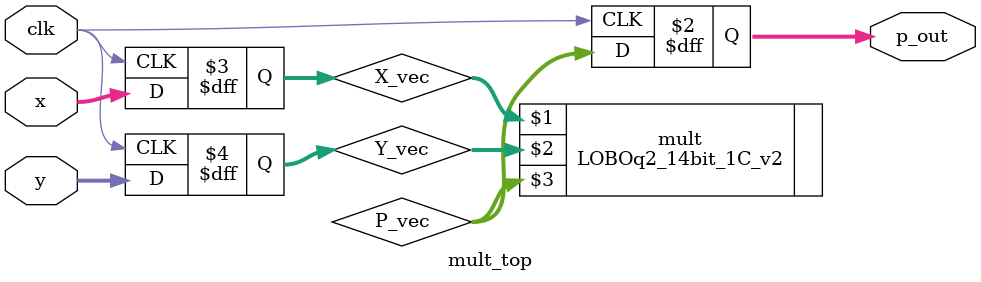
<source format=v>

`include "timescale.v"

module mult_top(
    // Clock and reset
    input clk,
    // Input X has a form x_i%d where %d denotes the bit number
    input  [15:0] x,
    // Input Y has a form y_i%d where %d denotes the bit number
    input  [15:0] y,
    // Output P has a form p_out%d where %d denotes the bit number
    output reg [31:0] p_out
    );

    
    // Now we have X_vec and Y_vec signal 
    // Then we do processing with these signals and store the 
    // intermidiate result in P_vec
    // For example purposes X_vec and Y_vec are concanated and stored in P_vec
    wire [31:0] P_vec;
    reg [15:0] X_vec;
    reg [15:0] Y_vec;
    
    LOBOq2_14bit_1C_v2 mult(X_vec,Y_vec,P_vec); 

 
    always @(posedge clk) 
    begin
        p_out = P_vec;
        X_vec = x;
        Y_vec = y;
    end

endmodule 


</source>
